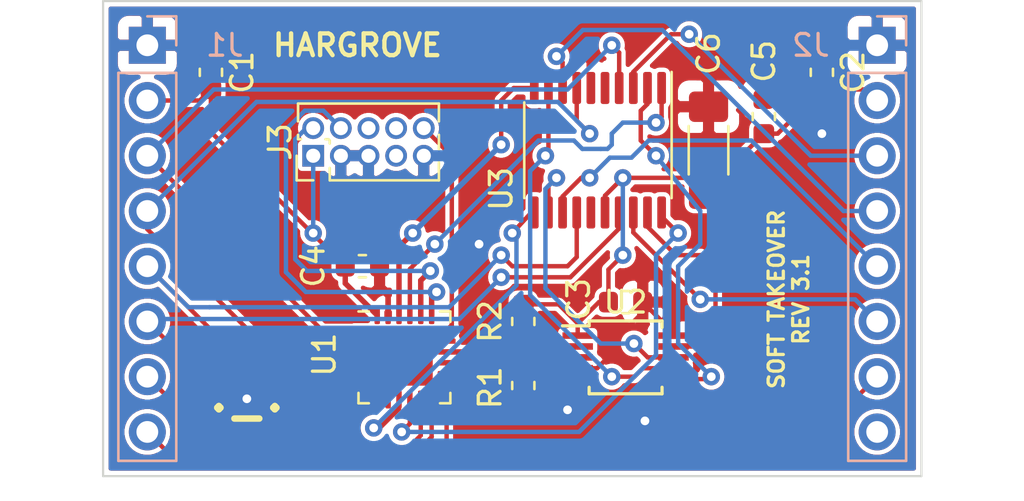
<source format=kicad_pcb>
(kicad_pcb (version 20171130) (host pcbnew "(5.1.6)-1")
  (layers (0 F.Cu signal) (31 B.Cu signal) (34 B.Paste user hide) (35 F.Paste user) (36 B.SilkS user) (37 F.SilkS user) (38 B.Mask user) (39 F.Mask user) (44 Edge.Cuts user))
  (net 0 "")
  (net 1 3v3)
  (net 2 GND)
  (net 3 RST)
  (net 4 IN_3)
  (net 5 IN_2)
  (net 6 IN_1)
  (net 7 IN_0)
  (net 8 SCL_EXT)
  (net 9 SDA_EXT)
  (net 10 OUT_0)
  (net 11 OUT_1)
  (net 12 OUT_2)
  (net 13 OUT_3)
  (net 14 SCL_DAC)
  (net 15 SDA_DAC)
  (net 16 SWDIO)
  (net 17 SWCLK)
  (net 18 "Net-(U1-Pad17)")
  (net 19 "Net-(U1-Pad14)")
  (net 20 SW_3)
  (net 21 SW_2)
  (net 22 "Net-(U1-Pad8)")
  (net 23 "Net-(U1-Pad7)")
  (net 24 SW_1)
  (net 25 SW_0)
  (net 26 DAC_3)
  (net 27 DAC_2)
  (net 28 DAC_1)
  (net 29 DAC_0)
  (net 30 "Net-(U2-Pad5)")
  (net 31 "Net-(U3-Pad15)")
  (net 32 LAYER_SEL)
  (net 33 "Net-(U1-Pad5)")
  (net 34 "Net-(U1-Pad6)")
  (net 35 "Net-(J2-Pad8)")
  (net 36 "Net-(J3-Pad8)")
  (net 37 "Net-(J3-Pad7)")
  (net 38 "Net-(J3-Pad6)")
  (module Connector_PinHeader_2.54mm:PinHeader_1x08_P2.54mm_Vertical (layer B.Cu) (at 67.564 98.044 180)
    (fp_text reference J1 (at -3.556 0) (layer B.SilkS) (effects (justify mirror)))
    (fp_text value Conn_01x08_Male)
    (fp_line (start -1.33 -19.11) (end 1.33 -19.11) (layer B.SilkS) (width 0.12))
    (fp_line (start -1.33 -1.27) (end -1.33 -19.11) (layer B.SilkS) (width 0.12))
    (fp_line (start 1.33 -1.27) (end 1.33 -19.11) (layer B.SilkS) (width 0.12))
    (fp_line (start -1.33 -1.27) (end 1.33 -1.27) (layer B.SilkS) (width 0.12))
    (fp_line (start -1.33 0) (end -1.33 1.33) (layer B.SilkS) (width 0.12))
    (fp_line (start -1.33 1.33) (end 0 1.33) (layer B.SilkS) (width 0.12))
    (pad 8 thru_hole oval (at 0 -17.78 180) (size 1.7 1.7) (drill 1) (layers *.Cu *.Mask) (net 8 SCL_EXT))
    (pad 7 thru_hole oval (at 0 -15.24 180) (size 1.7 1.7) (drill 1) (layers *.Cu *.Mask) (net 9 SDA_EXT))
    (pad 6 thru_hole oval (at 0 -12.7 180) (size 1.7 1.7) (drill 1) (layers *.Cu *.Mask) (net 4 IN_3))
    (pad 5 thru_hole oval (at 0 -10.16 180) (size 1.7 1.7) (drill 1) (layers *.Cu *.Mask) (net 5 IN_2))
    (pad 4 thru_hole oval (at 0 -7.62 180) (size 1.7 1.7) (drill 1) (layers *.Cu *.Mask) (net 6 IN_1))
    (pad 3 thru_hole oval (at 0 -5.08 180) (size 1.7 1.7) (drill 1) (layers *.Cu *.Mask) (net 7 IN_0))
    (pad 2 thru_hole oval (at 0 -2.54 180) (size 1.7 1.7) (drill 1) (layers *.Cu *.Mask) (net 1 3v3))
    (pad 1 thru_hole rect (at 0 0 180) (size 1.7 1.7) (drill 1) (layers *.Cu *.Mask) (net 2 GND))
  )
  (module Package_SO:TSSOP-20_4.4x6.5mm_P0.65mm (layer F.Cu) (at 88.265 102.87 270)
    (fp_text reference U3 (at 1.778 4.445 90) (layer F.SilkS))
    (fp_text value ADG734)
    (fp_line (start 0 3.385) (end 2.2 3.385) (layer F.SilkS) (width 0.12))
    (fp_line (start 0 3.385) (end -2.2 3.385) (layer F.SilkS) (width 0.12))
    (fp_line (start 0 -3.385) (end 2.2 -3.385) (layer F.SilkS) (width 0.12))
    (fp_line (start 0 -3.385) (end -3.6 -3.385) (layer F.SilkS) (width 0.12))
    (pad 20 smd roundrect (at 2.8625 -2.925 270) (size 1.475 0.4) (layers F.Cu F.Paste F.Mask) (net 20 SW_3))
    (pad 19 smd roundrect (at 2.8625 -2.275 270) (size 1.475 0.4) (layers F.Cu F.Paste F.Mask) (net 26 DAC_3))
    (pad 18 smd roundrect (at 2.8625 -1.625 270) (size 1.475 0.4) (layers F.Cu F.Paste F.Mask) (net 13 OUT_3))
    (pad 17 smd roundrect (at 2.8625 -0.975 270) (size 1.475 0.4) (layers F.Cu F.Paste F.Mask) (net 4 IN_3))
    (pad 16 smd roundrect (at 2.8625 -0.325 270) (size 1.475 0.4) (layers F.Cu F.Paste F.Mask) (net 1 3v3))
    (pad 15 smd roundrect (at 2.8625 0.325 270) (size 1.475 0.4) (layers F.Cu F.Paste F.Mask) (net 31 "Net-(U3-Pad15)"))
    (pad 14 smd roundrect (at 2.8625 0.975 270) (size 1.475 0.4) (layers F.Cu F.Paste F.Mask) (net 5 IN_2))
    (pad 13 smd roundrect (at 2.8625 1.625 270) (size 1.475 0.4) (layers F.Cu F.Paste F.Mask) (net 12 OUT_2))
    (pad 12 smd roundrect (at 2.8625 2.275 270) (size 1.475 0.4) (layers F.Cu F.Paste F.Mask) (net 27 DAC_2))
    (pad 11 smd roundrect (at 2.8625 2.925 270) (size 1.475 0.4) (layers F.Cu F.Paste F.Mask) (net 21 SW_2))
    (pad 10 smd roundrect (at -2.8625 2.925 270) (size 1.475 0.4) (layers F.Cu F.Paste F.Mask) (net 24 SW_1))
    (pad 9 smd roundrect (at -2.8625 2.275 270) (size 1.475 0.4) (layers F.Cu F.Paste F.Mask) (net 28 DAC_1))
    (pad 8 smd roundrect (at -2.8625 1.625 270) (size 1.475 0.4) (layers F.Cu F.Paste F.Mask) (net 11 OUT_1))
    (pad 7 smd roundrect (at -2.8625 0.975 270) (size 1.475 0.4) (layers F.Cu F.Paste F.Mask) (net 6 IN_1))
    (pad 6 smd roundrect (at -2.8625 0.325 270) (size 1.475 0.4) (layers F.Cu F.Paste F.Mask) (net 2 GND))
    (pad 5 smd roundrect (at -2.8625 -0.325 270) (size 1.475 0.4) (layers F.Cu F.Paste F.Mask) (net 2 GND))
    (pad 4 smd roundrect (at -2.8625 -0.975 270) (size 1.475 0.4) (layers F.Cu F.Paste F.Mask) (net 7 IN_0))
    (pad 3 smd roundrect (at -2.8625 -1.625 270) (size 1.475 0.4) (layers F.Cu F.Paste F.Mask) (net 10 OUT_0))
    (pad 2 smd roundrect (at -2.8625 -2.275 270) (size 1.475 0.4) (layers F.Cu F.Paste F.Mask) (net 29 DAC_0))
    (pad 1 smd roundrect (at -2.8625 -2.925 270) (size 1.475 0.4) (layers F.Cu F.Paste F.Mask) (net 25 SW_0))
  )
  (module Capacitor_SMD:C_0603_1608Metric (layer F.Cu) (at 98.552 99.2885 270)
    (fp_text reference C2 (at 0 -1.43 90) (layer F.SilkS))
    (fp_text value 0.1uF)
    (fp_line (start -0.162779 -0.51) (end 0.162779 -0.51) (layer F.SilkS) (width 0.12))
    (fp_line (start -0.162779 0.51) (end 0.162779 0.51) (layer F.SilkS) (width 0.12))
    (pad 2 smd roundrect (at 0.7875 0 270) (size 0.875 0.95) (layers F.Cu F.Paste F.Mask) (net 1 3v3))
    (pad 1 smd roundrect (at -0.7875 0 270) (size 0.875 0.95) (layers F.Cu F.Paste F.Mask) (net 2 GND))
  )
  (module Package_SO:MSOP-10_3x3mm_P0.5mm (layer F.Cu) (at 89.535 112.395)
    (fp_text reference U2 (at 0 -2.54 180) (layer F.SilkS))
    (fp_text value MCP4728)
    (fp_line (start -1.675 -1.675) (end -1.675 -1.45) (layer F.SilkS) (width 0.15))
    (fp_line (start 1.675 -1.675) (end 1.675 -1.375) (layer F.SilkS) (width 0.15))
    (fp_line (start 1.675 1.675) (end 1.675 1.375) (layer F.SilkS) (width 0.15))
    (fp_line (start -1.675 1.675) (end -1.675 1.375) (layer F.SilkS) (width 0.15))
    (fp_line (start -1.675 -1.675) (end 1.675 -1.675) (layer F.SilkS) (width 0.15))
    (fp_line (start -1.675 1.675) (end 1.675 1.675) (layer F.SilkS) (width 0.15))
    (fp_line (start -1.675 -1.45) (end -2.9 -1.45) (layer F.SilkS) (width 0.15))
    (pad 10 smd rect (at 2.2 -1) (size 1.4 0.3) (layers F.Cu F.Paste F.Mask) (net 2 GND))
    (pad 9 smd rect (at 2.2 -0.5) (size 1.4 0.3) (layers F.Cu F.Paste F.Mask) (net 26 DAC_3))
    (pad 8 smd rect (at 2.2 0) (size 1.4 0.3) (layers F.Cu F.Paste F.Mask) (net 27 DAC_2))
    (pad 7 smd rect (at 2.2 0.5) (size 1.4 0.3) (layers F.Cu F.Paste F.Mask) (net 28 DAC_1))
    (pad 6 smd rect (at 2.2 1) (size 1.4 0.3) (layers F.Cu F.Paste F.Mask) (net 29 DAC_0))
    (pad 5 smd rect (at -2.2 1) (size 1.4 0.3) (layers F.Cu F.Paste F.Mask) (net 30 "Net-(U2-Pad5)"))
    (pad 4 smd rect (at -2.2 0.5) (size 1.4 0.3) (layers F.Cu F.Paste F.Mask) (net 2 GND))
    (pad 3 smd rect (at -2.2 0) (size 1.4 0.3) (layers F.Cu F.Paste F.Mask) (net 15 SDA_DAC))
    (pad 2 smd rect (at -2.2 -0.5) (size 1.4 0.3) (layers F.Cu F.Paste F.Mask) (net 14 SCL_DAC))
    (pad 1 smd rect (at -2.2 -1) (size 1.4 0.3) (layers F.Cu F.Paste F.Mask) (net 1 3v3))
  )
  (module Package_DFN_QFN:QFN-24-1EP_4x4mm_P0.5mm_EP2.6x2.6mm (layer F.Cu) (at 79.375 112.395)
    (fp_text reference U1 (at -3.683 -0.127 90) (layer F.SilkS))
    (fp_text value SAMD11D14A)
    (fp_line (start 1.635 -2.11) (end 2.11 -2.11) (layer F.SilkS) (width 0.12))
    (fp_line (start 2.11 -2.11) (end 2.11 -1.635) (layer F.SilkS) (width 0.12))
    (fp_line (start -1.635 2.11) (end -2.11 2.11) (layer F.SilkS) (width 0.12))
    (fp_line (start -2.11 2.11) (end -2.11 1.635) (layer F.SilkS) (width 0.12))
    (fp_line (start 1.635 2.11) (end 2.11 2.11) (layer F.SilkS) (width 0.12))
    (fp_line (start 2.11 2.11) (end 2.11 1.635) (layer F.SilkS) (width 0.12))
    (fp_line (start -1.635 -2.11) (end -2.11 -2.11) (layer F.SilkS) (width 0.12))
    (pad 25 smd rect (at 0 0) (size 2.6 2.6) (layers F.Cu F.Mask))
    (pad 24 smd roundrect (at -1.25 -1.9375) (size 0.25 0.825) (layers F.Cu F.Paste F.Mask) (net 1 3v3))
    (pad 23 smd roundrect (at -0.75 -1.9375) (size 0.25 0.825) (layers F.Cu F.Paste F.Mask) (net 2 GND))
    (pad 22 smd roundrect (at -0.25 -1.9375) (size 0.25 0.825) (layers F.Cu F.Paste F.Mask) (net 24 SW_1))
    (pad 21 smd roundrect (at 0.25 -1.9375) (size 0.25 0.825) (layers F.Cu F.Paste F.Mask) (net 25 SW_0))
    (pad 20 smd roundrect (at 0.75 -1.9375) (size 0.25 0.825) (layers F.Cu F.Paste F.Mask) (net 16 SWDIO))
    (pad 19 smd roundrect (at 1.25 -1.9375) (size 0.25 0.825) (layers F.Cu F.Paste F.Mask) (net 17 SWCLK))
    (pad 18 smd roundrect (at 1.9375 -1.25) (size 0.825 0.25) (layers F.Cu F.Paste F.Mask) (net 3 RST))
    (pad 17 smd roundrect (at 1.9375 -0.75) (size 0.825 0.25) (layers F.Cu F.Paste F.Mask) (net 18 "Net-(U1-Pad17)"))
    (pad 16 smd roundrect (at 1.9375 -0.25) (size 0.825 0.25) (layers F.Cu F.Paste F.Mask) (net 14 SCL_DAC))
    (pad 15 smd roundrect (at 1.9375 0.25) (size 0.825 0.25) (layers F.Cu F.Paste F.Mask) (net 15 SDA_DAC))
    (pad 14 smd roundrect (at 1.9375 0.75) (size 0.825 0.25) (layers F.Cu F.Paste F.Mask) (net 19 "Net-(U1-Pad14)"))
    (pad 13 smd roundrect (at 1.9375 1.25) (size 0.825 0.25) (layers F.Cu F.Paste F.Mask) (net 32 LAYER_SEL))
    (pad 12 smd roundrect (at 1.25 1.9375) (size 0.25 0.825) (layers F.Cu F.Paste F.Mask) (net 8 SCL_EXT))
    (pad 11 smd roundrect (at 0.75 1.9375) (size 0.25 0.825) (layers F.Cu F.Paste F.Mask) (net 9 SDA_EXT))
    (pad 10 smd roundrect (at 0.25 1.9375) (size 0.25 0.825) (layers F.Cu F.Paste F.Mask) (net 20 SW_3))
    (pad 9 smd roundrect (at -0.25 1.9375) (size 0.25 0.825) (layers F.Cu F.Paste F.Mask) (net 21 SW_2))
    (pad 8 smd roundrect (at -0.75 1.9375) (size 0.25 0.825) (layers F.Cu F.Paste F.Mask) (net 22 "Net-(U1-Pad8)"))
    (pad 7 smd roundrect (at -1.25 1.9375) (size 0.25 0.825) (layers F.Cu F.Paste F.Mask) (net 23 "Net-(U1-Pad7)"))
    (pad 6 smd roundrect (at -1.9375 1.25) (size 0.825 0.25) (layers F.Cu F.Paste F.Mask) (net 34 "Net-(U1-Pad6)"))
    (pad 5 smd roundrect (at -1.9375 0.75) (size 0.825 0.25) (layers F.Cu F.Paste F.Mask) (net 33 "Net-(U1-Pad5)"))
    (pad 4 smd roundrect (at -1.9375 0.25) (size 0.825 0.25) (layers F.Cu F.Paste F.Mask) (net 4 IN_3))
    (pad 3 smd roundrect (at -1.9375 -0.25) (size 0.825 0.25) (layers F.Cu F.Paste F.Mask) (net 5 IN_2))
    (pad 2 smd roundrect (at -1.9375 -0.75) (size 0.825 0.25) (layers F.Cu F.Paste F.Mask) (net 6 IN_1))
    (pad 1 smd roundrect (at -1.9375 -1.25) (size 0.825 0.25) (layers F.Cu F.Paste F.Mask) (net 7 IN_0))
  )
  (module Resistor_SMD:R_0603_1608Metric (layer F.Cu) (at 84.836 113.6905 90)
    (fp_text reference R1 (at -0.1015 -1.524 90) (layer F.SilkS))
    (fp_text value 5k)
    (fp_line (start -0.162779 -0.51) (end 0.162779 -0.51) (layer F.SilkS) (width 0.12))
    (fp_line (start -0.162779 0.51) (end 0.162779 0.51) (layer F.SilkS) (width 0.12))
    (pad 2 smd roundrect (at 0.7875 0 90) (size 0.875 0.95) (layers F.Cu F.Paste F.Mask) (net 15 SDA_DAC))
    (pad 1 smd roundrect (at -0.7875 0 90) (size 0.875 0.95) (layers F.Cu F.Paste F.Mask) (net 1 3v3))
  )
  (module Resistor_SMD:R_0603_1608Metric (layer F.Cu) (at 84.836 110.744 270)
    (fp_text reference R2 (at 0 1.524 90) (layer F.SilkS))
    (fp_text value 5k)
    (fp_line (start -0.162779 -0.51) (end 0.162779 -0.51) (layer F.SilkS) (width 0.12))
    (fp_line (start -0.162779 0.51) (end 0.162779 0.51) (layer F.SilkS) (width 0.12))
    (pad 2 smd roundrect (at 0.7875 0 270) (size 0.875 0.95) (layers F.Cu F.Paste F.Mask) (net 14 SCL_DAC))
    (pad 1 smd roundrect (at -0.7875 0 270) (size 0.875 0.95) (layers F.Cu F.Paste F.Mask) (net 1 3v3))
  )
  (module Connector_PinHeader_1.27mm:PinHeader_2x05_P1.27mm_Vertical (layer F.Cu) (at 75.184 103.124 90)
    (fp_text reference J3 (at 0.635 -1.524 90) (layer F.SilkS))
    (fp_text value JTAG_SWD)
    (fp_line (start -1.13 -0.76) (end 0 -0.76) (layer F.SilkS) (width 0.12))
    (fp_line (start -1.13 0) (end -1.13 -0.76) (layer F.SilkS) (width 0.12))
    (fp_line (start 1.57753 -0.695) (end 2.4 -0.695) (layer F.SilkS) (width 0.12))
    (fp_line (start 0.76 -0.695) (end 0.96247 -0.695) (layer F.SilkS) (width 0.12))
    (fp_line (start 0.76 -0.563471) (end 0.76 -0.695) (layer F.SilkS) (width 0.12))
    (fp_line (start 0.76 0.706529) (end 0.76 0.563471) (layer F.SilkS) (width 0.12))
    (fp_line (start 0.563471 0.76) (end 0.706529 0.76) (layer F.SilkS) (width 0.12))
    (fp_line (start -1.13 0.76) (end -0.563471 0.76) (layer F.SilkS) (width 0.12))
    (fp_line (start 2.4 -0.695) (end 2.4 5.775) (layer F.SilkS) (width 0.12))
    (fp_line (start -1.13 0.76) (end -1.13 5.775) (layer F.SilkS) (width 0.12))
    (fp_line (start 0.30753 5.775) (end 0.96247 5.775) (layer F.SilkS) (width 0.12))
    (fp_line (start 1.57753 5.775) (end 2.4 5.775) (layer F.SilkS) (width 0.12))
    (fp_line (start -1.13 5.775) (end -0.30753 5.775) (layer F.SilkS) (width 0.12))
    (pad 1 thru_hole rect (at 0 0 90) (size 1 1) (drill 0.65) (layers *.Cu *.Mask) (net 1 3v3))
    (pad 2 thru_hole oval (at 1.27 0 90) (size 1 1) (drill 0.65) (layers *.Cu *.Mask) (net 16 SWDIO))
    (pad 3 thru_hole oval (at 0 1.27 90) (size 1 1) (drill 0.65) (layers *.Cu *.Mask) (net 2 GND))
    (pad 4 thru_hole oval (at 1.27 1.27 90) (size 1 1) (drill 0.65) (layers *.Cu *.Mask) (net 17 SWCLK))
    (pad 5 thru_hole oval (at 0 2.54 90) (size 1 1) (drill 0.65) (layers *.Cu *.Mask) (net 2 GND))
    (pad 6 thru_hole oval (at 1.27 2.54 90) (size 1 1) (drill 0.65) (layers *.Cu *.Mask) (net 38 "Net-(J3-Pad6)"))
    (pad 7 thru_hole oval (at 0 3.81 90) (size 1 1) (drill 0.65) (layers *.Cu *.Mask) (net 37 "Net-(J3-Pad7)"))
    (pad 8 thru_hole oval (at 1.27 3.81 90) (size 1 1) (drill 0.65) (layers *.Cu *.Mask) (net 36 "Net-(J3-Pad8)"))
    (pad 9 thru_hole oval (at 0 5.08 90) (size 1 1) (drill 0.65) (layers *.Cu *.Mask) (net 2 GND))
    (pad 10 thru_hole oval (at 1.27 5.08 90) (size 1 1) (drill 0.65) (layers *.Cu *.Mask) (net 3 RST))
  )
  (module Connector_PinHeader_2.54mm:PinHeader_1x08_P2.54mm_Vertical (layer B.Cu) (at 101.092 98.044 180)
    (fp_text reference J2 (at 3.048 0) (layer B.SilkS) (effects (justify mirror)))
    (fp_text value Conn_01x08_Male)
    (fp_line (start -1.33 -19.11) (end 1.33 -19.11) (layer B.SilkS) (width 0.12))
    (fp_line (start -1.33 -1.27) (end -1.33 -19.11) (layer B.SilkS) (width 0.12))
    (fp_line (start 1.33 -1.27) (end 1.33 -19.11) (layer B.SilkS) (width 0.12))
    (fp_line (start -1.33 -1.27) (end 1.33 -1.27) (layer B.SilkS) (width 0.12))
    (fp_line (start -1.33 0) (end -1.33 1.33) (layer B.SilkS) (width 0.12))
    (fp_line (start -1.33 1.33) (end 0 1.33) (layer B.SilkS) (width 0.12))
    (pad 8 thru_hole oval (at 0 -17.78 180) (size 1.7 1.7) (drill 1) (layers *.Cu *.Mask) (net 35 "Net-(J2-Pad8)"))
    (pad 7 thru_hole oval (at 0 -15.24 180) (size 1.7 1.7) (drill 1) (layers *.Cu *.Mask) (net 32 LAYER_SEL))
    (pad 6 thru_hole oval (at 0 -12.7 180) (size 1.7 1.7) (drill 1) (layers *.Cu *.Mask) (net 13 OUT_3))
    (pad 5 thru_hole oval (at 0 -10.16 180) (size 1.7 1.7) (drill 1) (layers *.Cu *.Mask) (net 12 OUT_2))
    (pad 4 thru_hole oval (at 0 -7.62 180) (size 1.7 1.7) (drill 1) (layers *.Cu *.Mask) (net 11 OUT_1))
    (pad 3 thru_hole oval (at 0 -5.08 180) (size 1.7 1.7) (drill 1) (layers *.Cu *.Mask) (net 10 OUT_0))
    (pad 2 thru_hole oval (at 0 -2.54 180) (size 1.7 1.7) (drill 1) (layers *.Cu *.Mask) (net 1 3v3))
    (pad 1 thru_hole rect (at 0 0 180) (size 1.7 1.7) (drill 1) (layers *.Cu *.Mask) (net 2 GND))
  )
  (module Capacitor_SMD:C_1806_4516Metric (layer F.Cu) (at 93.345 102.87 90)
    (fp_text reference C6 (at 4.445 0 90) (layer F.SilkS))
    (fp_text value 10uF)
    (fp_line (start -1.111252 -0.91) (end 1.111252 -0.91) (layer F.SilkS) (width 0.12))
    (fp_line (start -1.111252 0.91) (end 1.111252 0.91) (layer F.SilkS) (width 0.12))
    (pad 2 smd roundrect (at 2 0 90) (size 1.4 1.8) (layers F.Cu F.Paste F.Mask) (roundrect_rratio 0.178571) (net 2 GND))
    (pad 1 smd roundrect (at -2 0 90) (size 1.4 1.8) (layers F.Cu F.Paste F.Mask) (roundrect_rratio 0.178571) (net 1 3v3))
  )
  (module Capacitor_SMD:C_0603_1608Metric (layer F.Cu) (at 95.885 101.3205 90)
    (fp_text reference C5 (at 2.54 0 90) (layer F.SilkS))
    (fp_text value 0.1uF)
    (fp_line (start -0.162779 -0.51) (end 0.162779 -0.51) (layer F.SilkS) (width 0.12))
    (fp_line (start -0.162779 0.51) (end 0.162779 0.51) (layer F.SilkS) (width 0.12))
    (pad 2 smd roundrect (at 0.7875 0 90) (size 0.875 0.95) (layers F.Cu F.Paste F.Mask) (net 2 GND))
    (pad 1 smd roundrect (at -0.7875 0 90) (size 0.875 0.95) (layers F.Cu F.Paste F.Mask) (net 1 3v3))
  )
  (module Capacitor_SMD:C_0603_1608Metric (layer F.Cu) (at 77.4445 108.204 180)
    (fp_text reference C4 (at 2.2605 0 90) (layer F.SilkS))
    (fp_text value 0.1uF)
    (fp_line (start -0.162779 -0.51) (end 0.162779 -0.51) (layer F.SilkS) (width 0.12))
    (fp_line (start -0.162779 0.51) (end 0.162779 0.51) (layer F.SilkS) (width 0.12))
    (pad 2 smd roundrect (at 0.7875 0 180) (size 0.875 0.95) (layers F.Cu F.Paste F.Mask) (net 1 3v3))
    (pad 1 smd roundrect (at -0.7875 0 180) (size 0.875 0.95) (layers F.Cu F.Paste F.Mask) (net 2 GND))
  )
  (module Capacitor_SMD:C_0603_1608Metric (layer F.Cu) (at 89.535 109.855 180)
    (fp_text reference C3 (at 2.159 0.127 90) (layer F.SilkS))
    (fp_text value 0.1uF)
    (fp_line (start -0.162779 0.51) (end 0.162779 0.51) (layer F.SilkS) (width 0.12))
    (fp_line (start -0.162779 -0.51) (end 0.162779 -0.51) (layer F.SilkS) (width 0.12))
    (pad 1 smd roundrect (at -0.7875 0 180) (size 0.875 0.95) (layers F.Cu F.Paste F.Mask) (net 2 GND))
    (pad 2 smd roundrect (at 0.7875 0 180) (size 0.875 0.95) (layers F.Cu F.Paste F.Mask) (net 1 3v3))
  )
  (module Capacitor_SMD:C_0603_1608Metric (layer F.Cu) (at 70.485 99.2885 270)
    (fp_text reference C1 (at 0 -1.43 90) (layer F.SilkS))
    (fp_text value 0.1uF)
    (fp_line (start -0.162779 -0.51) (end 0.162779 -0.51) (layer F.SilkS) (width 0.12))
    (fp_line (start -0.162779 0.51) (end 0.162779 0.51) (layer F.SilkS) (width 0.12))
    (pad 2 smd roundrect (at 0.7875 0 270) (size 0.875 0.95) (layers F.Cu F.Paste F.Mask) (net 1 3v3))
    (pad 1 smd roundrect (at -0.7875 0 270) (size 0.875 0.95) (layers F.Cu F.Paste F.Mask) (net 2 GND))
  )
  (gr_text ".-.\n" (at 72.136 115.316 180) (layer F.SilkS) (effects (font (size 1.5 1.5) (thickness 0.3))))
  (gr_text HARGROVE (at 77.216 98.044) (layer F.SilkS) (effects (font (size 1 1) (thickness 0.2))))
  (gr_text "SOFT TAKEOVER\nREV 3.1" (at 97.028 109.728 90) (layer F.SilkS) (effects (font (size 0.7 0.7))))
  (gr_line (start 103.124 96.012) (end 103.124 117.856) (layer Edge.Cuts) (width 0.1))
  (gr_line (start 65.532 96.012) (end 103.124 96.012) (layer Edge.Cuts) (width 0.1))
  (gr_line (start 65.532 117.856) (end 65.532 96.012) (layer Edge.Cuts) (width 0.1))
  (gr_line (start 103.124 117.856) (end 65.532 117.856) (layer Edge.Cuts) (width 0.1))
  (segment (start 76.657 108.204) (end 76.657 108.9895) (width 0.25) (layer F.Cu) (net 1))
  (segment (start 76.657 108.9895) (end 78.125 110.4575) (width 0.25) (layer F.Cu) (net 1))
  (via (at 89.408 104.14) (size 0.8) (drill 0.4) (layers F.Cu B.Cu) (net 1))
  (segment (start 92.615 104.14) (end 93.345 104.87) (width 0.2032) (layer F.Cu) (net 1))
  (segment (start 89.408 104.14) (end 92.615 104.14) (width 0.2032) (layer F.Cu) (net 1))
  (via (at 89.408 107.696) (size 0.8) (drill 0.4) (layers F.Cu B.Cu) (net 1))
  (segment (start 88.7475 109.855) (end 88.7475 108.3565) (width 0.2032) (layer F.Cu) (net 1))
  (segment (start 88.7475 108.3565) (end 89.408 107.696) (width 0.2032) (layer F.Cu) (net 1))
  (segment (start 89.408 107.696) (end 89.408 104.14) (width 0.2032) (layer B.Cu) (net 1))
  (segment (start 88.31 109.855) (end 87.335 110.83) (width 0.2032) (layer F.Cu) (net 1))
  (segment (start 87.335 110.83) (end 87.335 111.395) (width 0.2032) (layer F.Cu) (net 1))
  (segment (start 88.7475 109.855) (end 88.31 109.855) (width 0.2032) (layer F.Cu) (net 1))
  (segment (start 86.4615 109.9565) (end 87.335 110.83) (width 0.2032) (layer F.Cu) (net 1))
  (segment (start 84.836 109.9565) (end 86.4615 109.9565) (width 0.2032) (layer F.Cu) (net 1))
  (segment (start 76.657 108.204) (end 76.657 108.153) (width 0.2032) (layer F.Cu) (net 1))
  (segment (start 69.977 100.584) (end 70.485 100.076) (width 0.2032) (layer F.Cu) (net 1))
  (segment (start 67.564 100.584) (end 69.977 100.584) (width 0.2032) (layer F.Cu) (net 1))
  (segment (start 70.485 100.076) (end 70.485 102.032) (width 0.2032) (layer F.Cu) (net 1))
  (via (at 75.184 106.68) (size 0.8) (drill 0.4) (layers F.Cu B.Cu) (net 1))
  (segment (start 75.1585 106.7055) (end 76.657 108.204) (width 0.2032) (layer F.Cu) (net 1))
  (segment (start 75.1585 106.7055) (end 75.184 106.68) (width 0.2032) (layer F.Cu) (net 1))
  (segment (start 70.485 102.032) (end 75.1585 106.7055) (width 0.2032) (layer F.Cu) (net 1))
  (segment (start 93.345 104.648) (end 95.885 102.108) (width 0.2032) (layer F.Cu) (net 1))
  (segment (start 93.345 104.87) (end 93.345 104.648) (width 0.2032) (layer F.Cu) (net 1))
  (segment (start 96.52 102.108) (end 98.552 100.076) (width 0.2032) (layer F.Cu) (net 1))
  (segment (start 95.885 102.108) (end 96.52 102.108) (width 0.2032) (layer F.Cu) (net 1))
  (segment (start 100.584 100.076) (end 101.092 100.584) (width 0.2032) (layer F.Cu) (net 1))
  (segment (start 98.552 100.076) (end 100.584 100.076) (width 0.2032) (layer F.Cu) (net 1))
  (segment (start 88.59 105.7325) (end 88.59 104.958) (width 0.2032) (layer F.Cu) (net 1))
  (segment (start 88.59 104.958) (end 89.408 104.14) (width 0.2032) (layer F.Cu) (net 1))
  (segment (start 75.184 106.68) (end 75.184 103.124) (width 0.2032) (layer B.Cu) (net 1))
  (via (at 98.552 102.108) (size 0.8) (drill 0.4) (layers F.Cu B.Cu) (net 2))
  (segment (start 91.735 111.2675) (end 90.3225 109.855) (width 0.2032) (layer F.Cu) (net 2))
  (segment (start 91.735 111.395) (end 91.735 111.2675) (width 0.2032) (layer F.Cu) (net 2))
  (segment (start 90.3225 110.33) (end 88.9 111.7525) (width 0.2032) (layer F.Cu) (net 2))
  (segment (start 90.3225 109.855) (end 90.3225 110.33) (width 0.2032) (layer F.Cu) (net 2))
  (segment (start 88.9 112.222882) (end 88.227882 112.895) (width 0.2032) (layer F.Cu) (net 2))
  (segment (start 88.227882 112.895) (end 87.335 112.895) (width 0.2032) (layer F.Cu) (net 2))
  (segment (start 88.9 111.7525) (end 88.9 112.222882) (width 0.2032) (layer F.Cu) (net 2))
  (via (at 72.136 114.3) (size 0.8) (drill 0.4) (layers F.Cu B.Cu) (net 2))
  (via (at 82.804 107.188) (size 0.8) (drill 0.4) (layers F.Cu B.Cu) (net 2))
  (via (at 86.868 114.808) (size 0.8) (drill 0.4) (layers F.Cu B.Cu) (net 2))
  (via (at 90.424 115.316) (size 0.8) (drill 0.4) (layers F.Cu B.Cu) (net 2))
  (segment (start 81.551601 103.141601) (end 80.264 101.854) (width 0.2032) (layer F.Cu) (net 3))
  (segment (start 81.551601 110.905899) (end 81.551601 103.141601) (width 0.2032) (layer F.Cu) (net 3))
  (segment (start 81.3125 111.145) (end 81.551601 110.905899) (width 0.2032) (layer F.Cu) (net 3))
  (via (at 83.82 108.712) (size 0.8) (drill 0.4) (layers F.Cu B.Cu) (net 4))
  (segment (start 81.900001 110.631999) (end 83.82 108.712) (width 0.2032) (layer B.Cu) (net 4))
  (segment (start 89.24 106.47) (end 89.24 105.7325) (width 0.2032) (layer F.Cu) (net 4))
  (segment (start 83.82 108.712) (end 86.998 108.712) (width 0.2032) (layer F.Cu) (net 4))
  (segment (start 86.998 108.712) (end 89.24 106.47) (width 0.2032) (layer F.Cu) (net 4))
  (segment (start 67.676001 110.631999) (end 67.564 110.744) (width 0.2032) (layer B.Cu) (net 4))
  (segment (start 81.900001 110.631999) (end 67.676001 110.631999) (width 0.2032) (layer B.Cu) (net 4))
  (segment (start 69.465 112.645) (end 67.564 110.744) (width 0.2032) (layer F.Cu) (net 4))
  (segment (start 77.4375 112.645) (end 69.465 112.645) (width 0.2032) (layer F.Cu) (net 4))
  (segment (start 71.505 112.145) (end 67.564 108.204) (width 0.2032) (layer F.Cu) (net 5))
  (segment (start 77.4375 112.145) (end 71.505 112.145) (width 0.2032) (layer F.Cu) (net 5))
  (via (at 83.82 107.696) (size 0.8) (drill 0.4) (layers F.Cu B.Cu) (net 5))
  (segment (start 70.422643 110.089643) (end 69.449643 110.089643) (width 0.2032) (layer B.Cu) (net 5))
  (segment (start 69.449643 110.089643) (end 67.564 108.204) (width 0.2032) (layer B.Cu) (net 5))
  (segment (start 70.422643 110.089643) (end 81.426357 110.089643) (width 0.2032) (layer B.Cu) (net 5))
  (segment (start 81.426357 110.089643) (end 83.82 107.696) (width 0.2032) (layer B.Cu) (net 5))
  (segment (start 86.868 108.204) (end 87.29 107.782) (width 0.2032) (layer F.Cu) (net 5))
  (segment (start 84.328 108.204) (end 86.868 108.204) (width 0.2032) (layer F.Cu) (net 5))
  (segment (start 83.82 107.696) (end 84.328 108.204) (width 0.2032) (layer F.Cu) (net 5))
  (segment (start 87.29 107.782) (end 87.29 105.7325) (width 0.2032) (layer F.Cu) (net 5))
  (via (at 87.884 102.108) (size 0.8) (drill 0.4) (layers F.Cu B.Cu) (net 6))
  (segment (start 87.29 101.514) (end 87.29 100.0075) (width 0.2032) (layer F.Cu) (net 6))
  (segment (start 87.884 102.108) (end 87.29 101.514) (width 0.2032) (layer F.Cu) (net 6))
  (segment (start 86.425189 100.649189) (end 87.884 102.108) (width 0.2032) (layer B.Cu) (net 6))
  (segment (start 72.578811 100.649189) (end 86.425189 100.649189) (width 0.2032) (layer B.Cu) (net 6))
  (segment (start 67.564 105.664) (end 72.578811 100.649189) (width 0.2032) (layer B.Cu) (net 6))
  (segment (start 67.564 106.49963) (end 67.564 105.664) (width 0.2032) (layer F.Cu) (net 6))
  (segment (start 72.70937 111.645) (end 67.564 106.49963) (width 0.2032) (layer F.Cu) (net 6))
  (segment (start 77.4375 111.645) (end 72.70937 111.645) (width 0.2032) (layer F.Cu) (net 6))
  (segment (start 75.585 111.145) (end 67.564 103.124) (width 0.2032) (layer F.Cu) (net 7))
  (segment (start 77.4375 111.145) (end 75.585 111.145) (width 0.2032) (layer F.Cu) (net 7))
  (segment (start 89.24 100.0075) (end 89.24 98.384) (width 0.2032) (layer F.Cu) (net 7))
  (via (at 88.9 98.044) (size 0.8) (drill 0.4) (layers F.Cu B.Cu) (net 7))
  (segment (start 89.24 98.384) (end 88.9 98.044) (width 0.2032) (layer F.Cu) (net 7))
  (segment (start 88.9 98.044) (end 86.868 100.076) (width 0.2032) (layer B.Cu) (net 7))
  (segment (start 70.612 100.076) (end 67.564 103.124) (width 0.2032) (layer B.Cu) (net 7))
  (segment (start 86.868 100.076) (end 70.612 100.076) (width 0.2032) (layer B.Cu) (net 7))
  (segment (start 68.668811 116.928811) (end 67.564 115.824) (width 0.2032) (layer F.Cu) (net 8))
  (segment (start 79.751784 116.928811) (end 68.668811 116.928811) (width 0.2032) (layer F.Cu) (net 8))
  (segment (start 80.625 116.055594) (end 79.751784 116.928811) (width 0.2032) (layer F.Cu) (net 8))
  (segment (start 80.625 114.3325) (end 80.625 116.055594) (width 0.2032) (layer F.Cu) (net 8))
  (segment (start 67.575 112.83) (end 67.76 112.645) (width 0.25) (layer F.Cu) (net 9))
  (segment (start 70.805601 116.525601) (end 67.564 113.284) (width 0.2032) (layer F.Cu) (net 9))
  (segment (start 79.584769 116.525601) (end 70.805601 116.525601) (width 0.2032) (layer F.Cu) (net 9))
  (segment (start 80.125 115.98537) (end 79.584769 116.525601) (width 0.2032) (layer F.Cu) (net 9))
  (segment (start 80.125 114.3325) (end 80.125 115.98537) (width 0.2032) (layer F.Cu) (net 9))
  (segment (start 92.456 97.536) (end 91.624 97.536) (width 0.2032) (layer F.Cu) (net 10))
  (via (at 92.456 97.536) (size 0.8) (drill 0.4) (layers F.Cu B.Cu) (net 10))
  (segment (start 89.89 99.27) (end 89.89 100.0075) (width 0.2032) (layer F.Cu) (net 10))
  (segment (start 91.624 97.536) (end 89.89 99.27) (width 0.2032) (layer F.Cu) (net 10))
  (segment (start 101.092 103.124) (end 98.044 103.124) (width 0.2032) (layer B.Cu) (net 10))
  (segment (start 98.044 103.124) (end 92.456 97.536) (width 0.2032) (layer B.Cu) (net 10))
  (via (at 86.36 98.552) (size 0.8) (drill 0.4) (layers F.Cu B.Cu) (net 11))
  (segment (start 86.64 100.0075) (end 86.64 98.832) (width 0.2032) (layer F.Cu) (net 11))
  (segment (start 86.64 98.832) (end 86.36 98.552) (width 0.2032) (layer F.Cu) (net 11))
  (segment (start 99.54563 105.664) (end 101.092 105.664) (width 0.2032) (layer B.Cu) (net 11))
  (segment (start 91.224029 97.342399) (end 99.54563 105.664) (width 0.2032) (layer B.Cu) (net 11))
  (segment (start 87.569601 97.342399) (end 91.224029 97.342399) (width 0.2032) (layer B.Cu) (net 11))
  (segment (start 86.36 98.552) (end 87.569601 97.342399) (width 0.2032) (layer B.Cu) (net 11))
  (segment (start 87.495 104.14) (end 87.884 104.14) (width 0.2032) (layer F.Cu) (net 12))
  (via (at 87.884 104.14) (size 0.8) (drill 0.4) (layers F.Cu B.Cu) (net 12))
  (segment (start 95.310399 102.422399) (end 101.092 108.204) (width 0.2032) (layer B.Cu) (net 12))
  (segment (start 90.595231 102.422399) (end 95.310399 102.422399) (width 0.2032) (layer B.Cu) (net 12))
  (segment (start 89.804819 103.212811) (end 90.595231 102.422399) (width 0.2032) (layer B.Cu) (net 12))
  (segment (start 88.811189 103.212811) (end 89.804819 103.212811) (width 0.2032) (layer B.Cu) (net 12))
  (segment (start 87.884 104.14) (end 88.811189 103.212811) (width 0.2032) (layer B.Cu) (net 12))
  (segment (start 86.64 105.7325) (end 86.64 104.995) (width 0.2032) (layer F.Cu) (net 12))
  (segment (start 86.64 104.995) (end 87.495 104.14) (width 0.2032) (layer F.Cu) (net 12))
  (via (at 92.964 109.728) (size 0.8) (drill 0.4) (layers F.Cu B.Cu) (net 13))
  (segment (start 89.89 106.654) (end 92.964 109.728) (width 0.2032) (layer F.Cu) (net 13))
  (segment (start 89.89 105.7325) (end 89.89 106.654) (width 0.2032) (layer F.Cu) (net 13))
  (segment (start 100.076 109.728) (end 101.092 110.744) (width 0.2032) (layer B.Cu) (net 13))
  (segment (start 92.964 109.728) (end 100.076 109.728) (width 0.2032) (layer B.Cu) (net 13))
  (segment (start 84.2225 112.145) (end 84.836 111.5315) (width 0.25) (layer F.Cu) (net 14))
  (segment (start 81.3125 112.145) (end 84.2225 112.145) (width 0.25) (layer F.Cu) (net 14))
  (segment (start 85.1995 111.895) (end 87.335 111.895) (width 0.25) (layer F.Cu) (net 14))
  (segment (start 84.836 111.5315) (end 85.1995 111.895) (width 0.25) (layer F.Cu) (net 14))
  (segment (start 84.578 112.645) (end 84.836 112.903) (width 0.25) (layer F.Cu) (net 15))
  (segment (start 81.3125 112.645) (end 84.578 112.645) (width 0.25) (layer F.Cu) (net 15))
  (segment (start 85.344 112.395) (end 87.335 112.395) (width 0.25) (layer F.Cu) (net 15))
  (segment (start 84.836 112.903) (end 85.344 112.395) (width 0.25) (layer F.Cu) (net 15))
  (via (at 80.565569 108.419737) (size 0.8) (drill 0.4) (layers F.Cu B.Cu) (net 16))
  (segment (start 80.125 108.860306) (end 80.565569 108.419737) (width 0.25) (layer F.Cu) (net 16))
  (segment (start 80.125 110.4575) (end 80.125 108.860306) (width 0.25) (layer F.Cu) (net 16))
  (segment (start 80.565569 108.419737) (end 74.891737 108.419737) (width 0.2032) (layer B.Cu) (net 16))
  (segment (start 74.358999 107.886999) (end 74.358999 102.363999) (width 0.2032) (layer B.Cu) (net 16))
  (segment (start 74.891737 108.419737) (end 74.358999 107.886999) (width 0.2032) (layer B.Cu) (net 16))
  (segment (start 74.868998 101.854) (end 75.184 101.854) (width 0.2032) (layer B.Cu) (net 16))
  (segment (start 74.358999 102.363999) (end 74.868998 101.854) (width 0.2032) (layer B.Cu) (net 16))
  (via (at 80.85 109.388042) (size 0.8) (drill 0.4) (layers F.Cu B.Cu) (net 17))
  (segment (start 80.625 109.613042) (end 80.85 109.388042) (width 0.25) (layer F.Cu) (net 17))
  (segment (start 80.625 110.4575) (end 80.625 109.613042) (width 0.25) (layer F.Cu) (net 17))
  (segment (start 74.844042 109.388042) (end 73.932389 108.476389) (width 0.2032) (layer B.Cu) (net 17))
  (segment (start 80.85 109.388042) (end 74.844042 109.388042) (width 0.2032) (layer B.Cu) (net 17))
  (segment (start 75.652399 101.052399) (end 76.454 101.854) (width 0.2032) (layer B.Cu) (net 17))
  (segment (start 73.932389 108.476389) (end 73.932389 101.919241) (width 0.2032) (layer B.Cu) (net 17))
  (segment (start 73.932389 101.919241) (end 74.799231 101.052399) (width 0.2032) (layer B.Cu) (net 17))
  (segment (start 74.799231 101.052399) (end 75.652399 101.052399) (width 0.2032) (layer B.Cu) (net 17))
  (via (at 79.248 115.824) (size 0.8) (drill 0.4) (layers F.Cu B.Cu) (net 20))
  (segment (start 79.625 114.3325) (end 79.625 115.447) (width 0.2032) (layer F.Cu) (net 20))
  (segment (start 79.625 115.447) (end 79.248 115.824) (width 0.2032) (layer F.Cu) (net 20))
  (segment (start 90.932 112.29037) (end 87.39837 115.824) (width 0.2032) (layer B.Cu) (net 20))
  (segment (start 87.39837 115.824) (end 79.248 115.824) (width 0.2032) (layer B.Cu) (net 20))
  (via (at 91.948 106.68) (size 0.8) (drill 0.4) (layers F.Cu B.Cu) (net 20))
  (segment (start 91.19 105.7325) (end 91.19 105.922) (width 0.2032) (layer F.Cu) (net 20))
  (segment (start 91.19 105.922) (end 91.948 106.68) (width 0.2032) (layer F.Cu) (net 20))
  (segment (start 90.932 107.696) (end 90.932 112.29037) (width 0.2032) (layer B.Cu) (net 20))
  (segment (start 91.948 106.68) (end 90.932 107.696) (width 0.2032) (layer B.Cu) (net 20))
  (segment (start 85.2715 105.664) (end 85.34 105.7325) (width 0.2032) (layer F.Cu) (net 21))
  (via (at 84.328 106.68) (size 0.8) (drill 0.4) (layers F.Cu B.Cu) (net 21))
  (segment (start 84.328 106.68) (end 85.2715 105.664) (width 0.2032) (layer F.Cu) (net 21))
  (segment (start 79.125 114.3325) (end 79.125 114.75993) (width 0.2032) (layer F.Cu) (net 21))
  (via (at 77.963498 115.639585) (size 0.8) (drill 0.4) (layers F.Cu B.Cu) (net 21))
  (segment (start 78.245345 115.639585) (end 77.963498 115.639585) (width 0.2032) (layer F.Cu) (net 21))
  (segment (start 84.521601 109.081482) (end 77.963498 115.639585) (width 0.2032) (layer B.Cu) (net 21))
  (segment (start 79.125 114.75993) (end 78.245345 115.639585) (width 0.2032) (layer F.Cu) (net 21))
  (segment (start 84.521601 109.081482) (end 84.521601 106.873601) (width 0.2032) (layer B.Cu) (net 21))
  (segment (start 84.521601 106.873601) (end 84.328 106.68) (width 0.2032) (layer B.Cu) (net 21))
  (segment (start 79.125 110.4575) (end 79.125 107.311) (width 0.25) (layer F.Cu) (net 24))
  (segment (start 79.756 106.68) (end 83.82 102.616) (width 0.25) (layer B.Cu) (net 24))
  (via (at 79.756 106.68) (size 0.8) (drill 0.4) (layers F.Cu B.Cu) (net 24))
  (via (at 83.82 102.616) (size 0.8) (drill 0.4) (layers F.Cu B.Cu) (net 24))
  (segment (start 79.125 107.311) (end 79.756 106.68) (width 0.25) (layer F.Cu) (net 24))
  (segment (start 85.34 100.0075) (end 84.3965 100.0075) (width 0.2032) (layer F.Cu) (net 24))
  (segment (start 83.82 100.584) (end 83.82 102.616) (width 0.2032) (layer F.Cu) (net 24))
  (segment (start 84.3965 100.0075) (end 83.82 100.584) (width 0.2032) (layer F.Cu) (net 24))
  (via (at 80.772 107.188) (size 0.8) (drill 0.4) (layers F.Cu B.Cu) (net 25))
  (segment (start 79.625 110.4575) (end 79.625 108.335) (width 0.2032) (layer F.Cu) (net 25))
  (segment (start 79.625 108.335) (end 80.772 107.188) (width 0.2032) (layer F.Cu) (net 25))
  (segment (start 87.547231 102.809601) (end 88.392 102.809601) (width 0.2032) (layer B.Cu) (net 25))
  (segment (start 87.160029 102.422399) (end 87.547231 102.809601) (width 0.2032) (layer B.Cu) (net 25))
  (segment (start 80.772 107.188) (end 85.537601 102.422399) (width 0.2032) (layer B.Cu) (net 25))
  (segment (start 85.537601 102.422399) (end 87.160029 102.422399) (width 0.2032) (layer B.Cu) (net 25))
  (segment (start 88.392 102.809601) (end 88.706399 102.809601) (width 0.2032) (layer B.Cu) (net 25))
  (segment (start 88.706399 102.809601) (end 88.9 102.616) (width 0.2032) (layer B.Cu) (net 25))
  (segment (start 88.9 102.616) (end 88.9 102.108) (width 0.2032) (layer B.Cu) (net 25))
  (segment (start 88.9 102.108) (end 89.408 101.6) (width 0.2032) (layer B.Cu) (net 25))
  (via (at 90.932 101.6) (size 0.8) (drill 0.4) (layers F.Cu B.Cu) (net 25))
  (segment (start 89.408 101.6) (end 90.932 101.6) (width 0.2032) (layer B.Cu) (net 25))
  (segment (start 91.19 101.342) (end 91.19 100.0075) (width 0.2032) (layer F.Cu) (net 25))
  (segment (start 90.932 101.6) (end 91.19 101.342) (width 0.2032) (layer F.Cu) (net 25))
  (segment (start 90.54 105.7325) (end 90.54 106.387966) (width 0.2032) (layer F.Cu) (net 26))
  (segment (start 90.54 106.387966) (end 91.848034 107.696) (width 0.2032) (layer F.Cu) (net 26))
  (segment (start 93.665601 110.857281) (end 92.627882 111.895) (width 0.2032) (layer F.Cu) (net 26))
  (segment (start 93.665601 108.375231) (end 93.665601 110.857281) (width 0.2032) (layer F.Cu) (net 26))
  (segment (start 92.627882 111.895) (end 91.735 111.895) (width 0.2032) (layer F.Cu) (net 26))
  (segment (start 92.98637 107.696) (end 93.665601 108.375231) (width 0.2032) (layer F.Cu) (net 26))
  (segment (start 91.848034 107.696) (end 92.98637 107.696) (width 0.2032) (layer F.Cu) (net 26))
  (via (at 86.36 104.14) (size 0.8) (drill 0.4) (layers F.Cu B.Cu) (net 27))
  (segment (start 86.36 104.14) (end 85.852 104.648) (width 0.2032) (layer B.Cu) (net 27))
  (segment (start 85.852 104.648) (end 85.852 109.22) (width 0.2032) (layer B.Cu) (net 27))
  (via (at 89.916 111.76) (size 0.8) (drill 0.4) (layers F.Cu B.Cu) (net 27))
  (segment (start 90.551 112.395) (end 91.735 112.395) (width 0.2032) (layer F.Cu) (net 27))
  (segment (start 89.916 111.76) (end 90.551 112.395) (width 0.2032) (layer F.Cu) (net 27))
  (segment (start 88.392 111.76) (end 89.916 111.76) (width 0.2032) (layer B.Cu) (net 27))
  (segment (start 85.852 109.22) (end 88.392 111.76) (width 0.2032) (layer B.Cu) (net 27))
  (segment (start 85.99 104.51) (end 86.36 104.14) (width 0.2032) (layer F.Cu) (net 27))
  (segment (start 85.99 105.7325) (end 85.99 104.51) (width 0.2032) (layer F.Cu) (net 27))
  (via (at 88.9 113.284) (size 0.8) (drill 0.4) (layers F.Cu B.Cu) (net 28))
  (segment (start 89.93837 113.284) (end 88.9 113.284) (width 0.2032) (layer F.Cu) (net 28))
  (segment (start 91.735 112.895) (end 90.32737 112.895) (width 0.2032) (layer F.Cu) (net 28))
  (segment (start 90.32737 112.895) (end 89.93837 113.284) (width 0.2032) (layer F.Cu) (net 28))
  (via (at 85.852 103.124) (size 0.8) (drill 0.4) (layers F.Cu B.Cu) (net 28))
  (segment (start 85.99 100.0075) (end 85.99 102.986) (width 0.2032) (layer F.Cu) (net 28))
  (segment (start 85.99 102.986) (end 85.852 103.124) (width 0.2032) (layer F.Cu) (net 28))
  (segment (start 85.150399 103.825601) (end 85.852 103.124) (width 0.2032) (layer B.Cu) (net 28))
  (segment (start 88.9 113.284) (end 85.150399 109.534399) (width 0.2032) (layer B.Cu) (net 28))
  (segment (start 85.150399 109.534399) (end 85.150399 103.825601) (width 0.2032) (layer B.Cu) (net 28))
  (via (at 93.472 113.284) (size 0.8) (drill 0.4) (layers F.Cu B.Cu) (net 29))
  (segment (start 93.361 113.395) (end 91.735 113.395) (width 0.2032) (layer F.Cu) (net 29))
  (segment (start 93.472 113.284) (end 93.361 113.395) (width 0.2032) (layer F.Cu) (net 29))
  (segment (start 91.948 111.76) (end 93.472 113.284) (width 0.2032) (layer B.Cu) (net 29))
  (segment (start 92.964 105.664) (end 92.964 107.188) (width 0.2032) (layer B.Cu) (net 29))
  (segment (start 91.948 108.204) (end 91.948 111.76) (width 0.2032) (layer B.Cu) (net 29))
  (segment (start 90.932 103.124) (end 92.964 105.664) (width 0.2032) (layer B.Cu) (net 29))
  (segment (start 92.964 107.188) (end 91.948 108.204) (width 0.2032) (layer B.Cu) (net 29))
  (via (at 90.932 103.124) (size 0.8) (drill 0.4) (layers F.Cu B.Cu) (net 29))
  (segment (start 90.230399 101.054601) (end 90.54 100.745) (width 0.2032) (layer F.Cu) (net 29))
  (segment (start 90.54 100.745) (end 90.54 100.0075) (width 0.2032) (layer F.Cu) (net 29))
  (segment (start 90.230399 102.422399) (end 90.230399 101.054601) (width 0.2032) (layer F.Cu) (net 29))
  (segment (start 90.932 103.124) (end 90.230399 102.422399) (width 0.2032) (layer F.Cu) (net 29))
  (segment (start 81.3125 113.645) (end 81.3125 116.3645) (width 0.2032) (layer F.Cu) (net 32))
  (segment (start 81.3125 116.3645) (end 81.788 116.84) (width 0.2032) (layer F.Cu) (net 32))
  (segment (start 97.536 116.84) (end 101.092 113.284) (width 0.2032) (layer F.Cu) (net 32))
  (segment (start 81.788 116.84) (end 97.536 116.84) (width 0.2032) (layer F.Cu) (net 32))
  (zone (net 2) (net_name GND) (layer F.Cu) (connect_pads (clearance 0.203)) (min_thickness 0.203) (fill yes (arc_segments 32) (thermal_gap 0.508) (thermal_bridge_width 0.508))
    (polygon (pts (xy 103.124 117.856) (xy 65.532 117.856) (xy 65.532 96.012) (xy 103.124 96.012)))
  )
  (zone (net 2) (net_name GND) (layer B.Cu) (connect_pads (clearance 0.203)) (min_thickness 0.203) (fill yes (arc_segments 32) (thermal_gap 0.508) (thermal_bridge_width 0.508))
    (polygon (pts (xy 103.124 117.856) (xy 65.532 117.856) (xy 65.532 96.012) (xy 103.124 96.012)))
  )
  (zone (net 2) (net_name GND) (layer F.Cu) (connect_pads (clearance 0.203)) (min_thickness 0.203) (fill yes (arc_segments 32) (thermal_gap 0.508) (thermal_bridge_width 0.508))
    (polygon (pts (xy 103.124 117.856) (xy 65.532 117.856) (xy 65.532 96.012) (xy 103.124 96.012)))
  )
)
</source>
